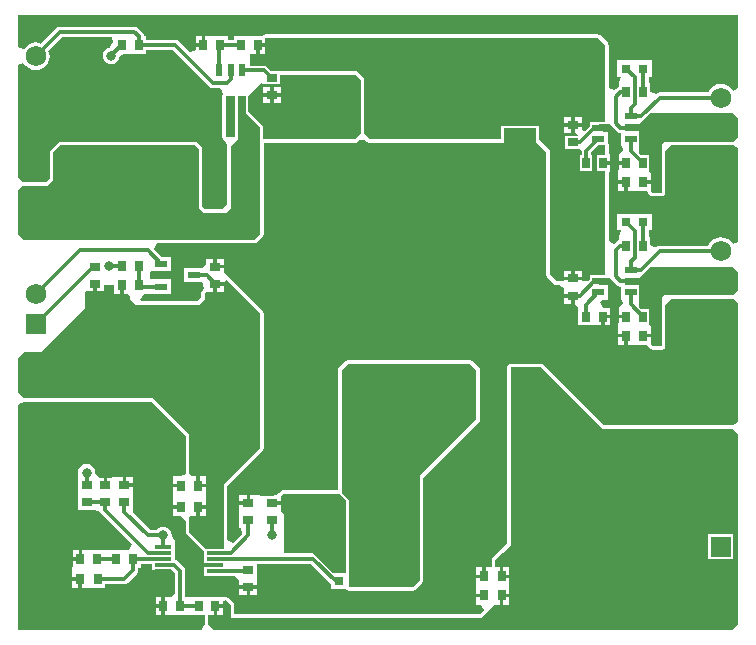
<source format=gtl>
G04 Layer_Physical_Order=1*
G04 Layer_Color=255*
%FSLAX24Y24*%
%MOIN*%
G70*
G01*
G75*
%ADD10R,0.0394X0.0236*%
%ADD11R,0.0236X0.0394*%
%ADD12R,0.0965X0.1220*%
%ADD13R,0.1600X0.1380*%
%ADD14R,0.0276X0.0374*%
%ADD15R,0.0800X0.1690*%
%ADD16R,0.0374X0.0276*%
%ADD17R,0.1530X0.0910*%
%ADD18R,0.0750X0.1380*%
%ADD19R,0.0551X0.0709*%
%ADD20R,0.1083X0.0472*%
%ADD21R,0.0315X0.0315*%
%ADD22R,0.1575X0.1770*%
%ADD23R,0.0264X0.0354*%
%ADD24R,0.0354X0.0264*%
%ADD25R,0.0689X0.0551*%
%ADD26R,0.0540X0.0130*%
%ADD27R,0.0310X0.0280*%
%ADD28C,0.0118*%
%ADD29R,0.0680X0.0680*%
%ADD30C,0.0680*%
%ADD31C,0.0236*%
%ADD32C,0.0315*%
G36*
X13221Y29620D02*
X13109Y29446D01*
X13078Y29442D01*
X13011Y29414D01*
X12953Y29370D01*
X12909Y29312D01*
X12881Y29245D01*
X12872Y29173D01*
X12881Y29101D01*
X12909Y29034D01*
X12953Y28977D01*
X13011Y28932D01*
X13078Y28905D01*
X13150Y28895D01*
X13222Y28905D01*
X13289Y28932D01*
X13346Y28977D01*
X13390Y29034D01*
X13418Y29101D01*
X13428Y29173D01*
X13559Y29215D01*
X13749Y29232D01*
X13810D01*
Y29232D01*
X14310D01*
Y29347D01*
X15201D01*
X16408Y28140D01*
X16466Y28101D01*
X16535Y28087D01*
X16779D01*
X16830Y28006D01*
X16864Y27890D01*
X16857Y27881D01*
X16848Y27835D01*
Y26457D01*
X16857Y26411D01*
X16883Y26372D01*
X16899Y26361D01*
X16928Y26334D01*
X16998Y26183D01*
X17005Y26142D01*
X17006Y26139D01*
X17006Y24218D01*
X16845Y24057D01*
X16270Y24057D01*
X16183Y24144D01*
X16183Y26063D01*
X16174Y26109D01*
X16148Y26148D01*
X16030Y26266D01*
X16030Y26266D01*
X15991Y26292D01*
X15945Y26302D01*
X15945Y26302D01*
X14173Y26302D01*
X11457Y26302D01*
X11411Y26292D01*
X11372Y26266D01*
X11372Y26266D01*
X11135Y26030D01*
X11109Y25991D01*
X11100Y25945D01*
X11100Y25945D01*
X11100Y25107D01*
X10956Y24963D01*
X10197Y24963D01*
X10197Y24963D01*
X10069Y25072D01*
X10039Y25116D01*
Y28845D01*
X10216Y28912D01*
X10236Y28910D01*
X10303Y28823D01*
X10399Y28749D01*
X10510Y28703D01*
X10630Y28688D01*
X10749Y28703D01*
X10861Y28749D01*
X10957Y28823D01*
X11030Y28919D01*
X11076Y29030D01*
X11092Y29150D01*
X11076Y29269D01*
X11055Y29320D01*
X11516Y29780D01*
X13173D01*
X13221Y29620D01*
D02*
G37*
G36*
X21457Y28346D02*
Y26575D01*
X21260Y26378D01*
X18191Y26378D01*
X18191Y26772D01*
X18189Y26779D01*
Y26811D01*
X17718Y27282D01*
Y27835D01*
X17718Y27836D01*
X18146Y28264D01*
X18238Y28226D01*
Y28223D01*
X18770D01*
Y28543D01*
X21260D01*
X21457Y28346D01*
D02*
G37*
G36*
X34055Y28077D02*
X33878Y28009D01*
X33858Y28011D01*
X33791Y28098D01*
X33696Y28172D01*
X33584Y28218D01*
X33465Y28234D01*
X33345Y28218D01*
X33234Y28172D01*
X33138Y28098D01*
X33064Y28003D01*
X33044Y27952D01*
X31433D01*
X31364Y27939D01*
X31318Y27908D01*
X31231Y27927D01*
X31121Y27972D01*
Y28248D01*
X31066D01*
Y28465D01*
X31161D01*
Y29016D01*
X30610D01*
X30610Y29016D01*
X30571D01*
Y29016D01*
X30413Y29016D01*
X30020D01*
Y28465D01*
X30130D01*
X30143Y28445D01*
X30060Y28248D01*
X30060D01*
Y28134D01*
X29905Y28021D01*
X29727Y28095D01*
Y29528D01*
X29727Y29528D01*
X29718Y29574D01*
X29691Y29613D01*
X29691Y29613D01*
X29455Y29849D01*
X29416Y29875D01*
X29370Y29884D01*
X29370Y29884D01*
X18286Y29884D01*
X18240Y29875D01*
X18201Y29849D01*
X18184Y29823D01*
X17922D01*
X17786Y29823D01*
Y29823D01*
X17725D01*
Y29823D01*
X17225D01*
Y29708D01*
X17027D01*
Y29823D01*
X16662D01*
X16527Y29823D01*
X16330Y29823D01*
X16275D01*
Y29528D01*
X16216D01*
Y29469D01*
X15966D01*
Y29371D01*
X15769Y29290D01*
X15403Y29655D01*
X15345Y29694D01*
X15276Y29708D01*
X14310D01*
Y29823D01*
X14240D01*
X14227Y29887D01*
X14188Y29946D01*
X14045Y30088D01*
X13986Y30128D01*
X13917Y30141D01*
X11441D01*
X11372Y30128D01*
X11313Y30088D01*
X10800Y29575D01*
X10749Y29596D01*
X10630Y29612D01*
X10510Y29596D01*
X10399Y29550D01*
X10303Y29476D01*
X10236Y29389D01*
X10216Y29387D01*
X10039Y29454D01*
Y30512D01*
X34055D01*
Y28077D01*
D02*
G37*
G36*
X29370Y29764D02*
X29606Y29528D01*
Y26970D01*
X29409Y26970D01*
X29402Y26969D01*
X29104D01*
Y26823D01*
X28948Y26667D01*
X28848Y26708D01*
Y26806D01*
X28602D01*
Y26609D01*
X28638D01*
X28692Y26509D01*
X28686Y26501D01*
X28278D01*
Y26068D01*
X28747D01*
X28827Y25993D01*
X28831Y25977D01*
Y25846D01*
X28761D01*
Y25335D01*
X29182D01*
Y25846D01*
X29149D01*
X29127Y25946D01*
X29382Y26201D01*
X29606D01*
Y25846D01*
X29322D01*
Y25335D01*
X29606D01*
Y21852D01*
X29409Y21852D01*
X29402Y21850D01*
X29104D01*
Y21705D01*
X29053Y21654D01*
X28848D01*
Y21688D01*
X28543D01*
X28238D01*
Y21654D01*
X27992D01*
X27756Y21890D01*
Y22441D01*
Y26024D01*
X27402Y26378D01*
X27392D01*
Y26831D01*
X26152D01*
Y26378D01*
X21772Y26378D01*
X21575Y26575D01*
X21575Y28425D01*
X21339Y28661D01*
X18481Y28661D01*
X18352Y28790D01*
X18307Y28821D01*
X18253Y28831D01*
X17756D01*
Y29145D01*
X17786Y29232D01*
X17977D01*
Y29528D01*
X18036D01*
Y29587D01*
X18286D01*
Y29764D01*
X29370Y29764D01*
D02*
G37*
G36*
X33878Y27244D02*
X34055Y27067D01*
X34055Y26476D01*
X33878Y26299D01*
X31575Y26299D01*
X31496Y26220D01*
Y24606D01*
X31216D01*
X31137Y24656D01*
Y24902D01*
X30881D01*
Y25020D01*
X31137D01*
Y25266D01*
X31137D01*
X31082Y25335D01*
Y25846D01*
X30821D01*
X30748Y25919D01*
X30748Y26654D01*
X30276D01*
Y26890D01*
X30748Y26890D01*
X30901Y27043D01*
X30906Y27046D01*
X31104Y27244D01*
X33878Y27244D01*
D02*
G37*
G36*
X17282Y27835D02*
X17282Y26457D01*
X16968D01*
Y27835D01*
X17282D01*
Y27835D01*
D02*
G37*
G36*
X27271Y26378D02*
X27280Y26332D01*
X27307Y26293D01*
X27336Y26273D01*
X27635Y25974D01*
Y22441D01*
Y21890D01*
X27635Y21890D01*
X27645Y21844D01*
X27671Y21805D01*
X27671Y21805D01*
X27907Y21568D01*
X27907Y21568D01*
X27946Y21542D01*
X27992Y21533D01*
X27992Y21533D01*
X28087D01*
X28238Y21422D01*
X28238Y21294D01*
Y21225D01*
X28543D01*
Y21166D01*
X28602D01*
Y20898D01*
X28721Y20768D01*
Y20177D01*
X29086D01*
X29221Y20177D01*
X29418Y20177D01*
X29473D01*
Y20472D01*
X29532D01*
Y20531D01*
X29782D01*
Y20768D01*
X29539D01*
X29440Y20965D01*
X29499Y21043D01*
X29695D01*
Y21516D01*
X29549D01*
X29526Y21535D01*
X29409D01*
Y21772D01*
X29764Y21772D01*
X29803Y21732D01*
Y21694D01*
X29857Y21660D01*
X29990Y21526D01*
X30049Y21487D01*
X30118Y21473D01*
X30148D01*
Y21043D01*
X30171D01*
X30206Y20923D01*
X30060Y20768D01*
X30060D01*
Y20531D01*
X30310D01*
Y20413D01*
X30060D01*
Y20338D01*
X30044Y20148D01*
X30044Y19987D01*
Y19902D01*
X30300D01*
Y19843D01*
X30359D01*
Y19537D01*
X30428D01*
X30556Y19537D01*
X30753Y19537D01*
X31016D01*
X31019Y19524D01*
X31020Y19510D01*
X31024Y19501D01*
X31026Y19491D01*
X31033Y19480D01*
X31039Y19467D01*
X31046Y19460D01*
X31052Y19452D01*
X31063Y19444D01*
X31073Y19435D01*
X31153Y19386D01*
X31162Y19382D01*
X31170Y19377D01*
X31184Y19374D01*
X31197Y19369D01*
X31207Y19370D01*
X31216Y19368D01*
X31496D01*
X31542Y19377D01*
X31581Y19403D01*
X31607Y19442D01*
X31616Y19488D01*
Y20867D01*
X31810Y21061D01*
X33878Y21061D01*
X33878Y21061D01*
X34015Y20966D01*
X34055Y20921D01*
Y16978D01*
X34007Y16935D01*
X33858Y16853D01*
X33858Y16853D01*
X29577Y16853D01*
X27565Y18865D01*
X27526Y18891D01*
X27480Y18900D01*
X27480Y18900D01*
X26457D01*
X26411Y18891D01*
X26372Y18865D01*
X26345Y18826D01*
X26336Y18780D01*
Y12887D01*
X25863Y12451D01*
X25862Y12449D01*
X25860Y12447D01*
X25848Y12430D01*
X25836Y12413D01*
X25835Y12410D01*
X25834Y12408D01*
X25830Y12388D01*
X25825Y12367D01*
X25825Y12365D01*
X25824Y12362D01*
X25824Y12116D01*
X25646Y12116D01*
X25635D01*
Y11811D01*
X25576D01*
Y11752D01*
X25320D01*
Y11506D01*
X25320D01*
Y11486D01*
X25320D01*
Y11240D01*
X25576D01*
Y11122D01*
X25320D01*
Y10876D01*
X25488D01*
X25563Y10694D01*
X25423Y10553D01*
X17246Y10553D01*
Y10866D01*
X17237Y10912D01*
X17211Y10951D01*
X17211Y10951D01*
X17058Y11104D01*
X17054Y11108D01*
X17054D01*
X17015Y11134D01*
X17015D01*
X17002Y11137D01*
X16969Y11143D01*
X16923Y11134D01*
X16920Y11133D01*
X16869Y11122D01*
X16869Y11122D01*
X16869Y11122D01*
X16505D01*
X16369Y11122D01*
Y11122D01*
X16308D01*
Y11122D01*
X15808D01*
X15808Y11122D01*
X15619Y11140D01*
Y12003D01*
X15605Y12072D01*
X15566Y12131D01*
X15364Y12332D01*
X15305Y12372D01*
X15271Y12378D01*
Y12612D01*
Y12978D01*
X15271Y12978D01*
X15158Y13175D01*
X15160Y13189D01*
X15150Y13261D01*
X15123Y13328D01*
X15078Y13386D01*
X15021Y13430D01*
X14954Y13457D01*
X14882Y13467D01*
X14810Y13457D01*
X14743Y13430D01*
X14685Y13386D01*
X14673Y13370D01*
X14445D01*
X13860Y13954D01*
X13888Y14021D01*
X13888D01*
Y14405D01*
X13888Y14532D01*
X13888Y14729D01*
Y14798D01*
X13583D01*
Y14857D01*
X13524D01*
Y15113D01*
X13438D01*
X13278Y15113D01*
X13087Y15097D01*
X13012D01*
Y14847D01*
X12894D01*
Y15097D01*
X12760D01*
X12719Y15123D01*
X12601Y15269D01*
X12601Y15276D01*
X12591Y15348D01*
X12564Y15415D01*
X12519Y15472D01*
X12462Y15516D01*
X12395Y15544D01*
X12323Y15554D01*
X12251Y15544D01*
X12184Y15516D01*
X12126Y15472D01*
X12082Y15415D01*
X12054Y15348D01*
X12046Y15287D01*
X12045Y15276D01*
X12028Y15097D01*
X12028D01*
Y14733D01*
X12028Y14597D01*
X12028Y14401D01*
Y14036D01*
X12618D01*
X12783Y13960D01*
X12786Y13947D01*
X12825Y13888D01*
X13824Y12889D01*
X13749Y12707D01*
X13617Y12707D01*
X13420Y12707D01*
X13125D01*
X13036Y12707D01*
Y12707D01*
X12932Y12697D01*
Y12697D01*
X12568D01*
X12432Y12697D01*
X12235Y12697D01*
X12180D01*
Y12402D01*
X12121D01*
Y12343D01*
X11871D01*
Y12228D01*
X11855Y12037D01*
X11855Y11916D01*
Y11791D01*
X12111D01*
Y11732D01*
X12170D01*
Y11427D01*
X12239D01*
X12367Y11427D01*
X12564Y11427D01*
X12948D01*
Y11552D01*
X13583D01*
X13652Y11565D01*
X13710Y11605D01*
X14001Y11895D01*
X14040Y11954D01*
X14054Y12023D01*
Y12096D01*
X14129D01*
Y12221D01*
X14495D01*
Y12022D01*
X15164D01*
X15257Y11928D01*
Y11265D01*
X15127Y11122D01*
X14991Y11122D01*
X14936D01*
Y10827D01*
Y10532D01*
X14991D01*
X15127Y10532D01*
X15324Y10532D01*
X15688D01*
Y10532D01*
X15808D01*
Y10532D01*
X16142D01*
X16258Y10532D01*
X16258Y10451D01*
Y10236D01*
X16166Y10070D01*
X16133Y10039D01*
X10039D01*
Y17511D01*
X10087Y17553D01*
X10236Y17635D01*
X10236Y17635D01*
X14478Y17635D01*
X15628Y16486D01*
X15628Y15906D01*
X15628Y15266D01*
X15628Y15233D01*
X15534Y15184D01*
X15456Y15151D01*
X15445Y15148D01*
X15202D01*
Y14902D01*
X15458D01*
Y14783D01*
X15202D01*
Y14537D01*
X15202D01*
Y14439D01*
X15202D01*
Y14193D01*
X15458D01*
Y14075D01*
X15202D01*
Y13829D01*
X15446D01*
X15474Y13819D01*
X15628Y13632D01*
X15628Y13307D01*
X15637Y13261D01*
X15663Y13222D01*
X16225Y12660D01*
Y12218D01*
X16225D01*
Y12191D01*
X16225D01*
Y11825D01*
X17001D01*
Y11827D01*
X17276D01*
X17421Y11702D01*
X17421Y11566D01*
Y11511D01*
X17717D01*
X18012D01*
Y11566D01*
X18012Y11702D01*
X18012Y11899D01*
Y12221D01*
X19807D01*
X20477Y11551D01*
Y11393D01*
X20963D01*
X20978Y11372D01*
X21017Y11345D01*
X21063Y11336D01*
X23189D01*
X23189Y11336D01*
X23235Y11345D01*
X23274Y11372D01*
X23274Y11372D01*
X23510Y11608D01*
X23536Y11647D01*
X23546Y11693D01*
X23546Y11693D01*
Y15108D01*
X25400Y16962D01*
X25426Y17001D01*
X25435Y17047D01*
X25435Y17047D01*
X25435Y18701D01*
X25435Y18701D01*
X25426Y18747D01*
X25400Y18786D01*
X25400Y18786D01*
X25203Y18983D01*
X25203Y18983D01*
X25164Y19009D01*
X25118Y19018D01*
X25118Y19018D01*
X21024D01*
X20978Y19009D01*
X20938Y18983D01*
X20938Y18983D01*
X20742Y18786D01*
X20716Y18747D01*
X20706Y18701D01*
X20706Y18701D01*
X20706Y14687D01*
X18874D01*
X18858Y14684D01*
X18841Y14683D01*
X18835Y14679D01*
X18828Y14678D01*
X18814Y14669D01*
X18799Y14661D01*
X18724Y14601D01*
X18720Y14596D01*
X18714Y14592D01*
X18705Y14578D01*
X18694Y14565D01*
X18692Y14559D01*
X18688Y14553D01*
X18685Y14536D01*
X18680Y14520D01*
X18484Y14507D01*
X18219D01*
X18212Y14507D01*
X18022Y14523D01*
X18018Y14523D01*
X17776D01*
Y14267D01*
X17717D01*
Y14208D01*
X17411D01*
Y14139D01*
X17411Y14011D01*
X17411Y13814D01*
Y13430D01*
X17462D01*
X17505Y13233D01*
X17207Y12935D01*
X17010Y13016D01*
Y14832D01*
X18195Y16017D01*
X18221Y16056D01*
X18231Y16102D01*
X18231Y16102D01*
Y20591D01*
X18221Y20637D01*
X18195Y20676D01*
X18195Y20676D01*
X17104Y21767D01*
X17065Y21793D01*
X17001Y21833D01*
X16921Y21971D01*
X16919Y21975D01*
Y22082D01*
X16614D01*
Y22141D01*
X16555D01*
Y22397D01*
X16309D01*
Y22243D01*
X16211Y22087D01*
X15581D01*
Y21614D01*
X16159D01*
X16193Y21572D01*
X16224Y21389D01*
X16216Y21378D01*
X16207Y21367D01*
X16157Y21288D01*
X16154Y21279D01*
X16149Y21271D01*
X16146Y21257D01*
X16141Y21244D01*
X16141Y21234D01*
X16139Y21225D01*
Y21113D01*
X16013Y20987D01*
X14159D01*
X14121Y21043D01*
X14226Y21240D01*
X14310D01*
Y21240D01*
X14498Y21240D01*
Y21240D01*
X15128D01*
Y21713D01*
X14498D01*
Y21713D01*
X14460Y21717D01*
X14447Y21727D01*
Y21974D01*
X14460Y21984D01*
X14498Y21988D01*
X14507Y21988D01*
X15128D01*
Y22461D01*
X14832D01*
X14579Y22714D01*
X14660Y22911D01*
X17913Y22911D01*
X17959Y22920D01*
X17999Y22946D01*
X18195Y23143D01*
X18195Y23143D01*
X18221Y23182D01*
X18231Y23228D01*
X18231Y23228D01*
X18231Y26258D01*
X21260Y26258D01*
X21260Y26258D01*
X21306Y26267D01*
X21345Y26293D01*
X21345Y26293D01*
X21417Y26365D01*
X21614Y26365D01*
X21686Y26293D01*
X21686Y26293D01*
X21726Y26267D01*
X21772Y26258D01*
X21772Y26258D01*
X26125Y26258D01*
X26152Y26258D01*
X26152Y26258D01*
X26198Y26267D01*
X26237Y26293D01*
X26263Y26332D01*
X26272Y26378D01*
X26272Y26378D01*
X26272Y26404D01*
Y26710D01*
X27271D01*
Y26378D01*
D02*
G37*
G36*
X17638Y27244D02*
X18110Y26772D01*
X18110Y23228D01*
X17913Y23031D01*
X10236Y23031D01*
X10039Y23228D01*
X10039Y24685D01*
X10197Y24843D01*
X11024Y24843D01*
X11220Y25039D01*
X11220Y25945D01*
X11457Y26181D01*
X14173Y26181D01*
X15945Y26181D01*
X16063Y26063D01*
X16063Y24094D01*
X16220Y23937D01*
X16968Y23937D01*
X17126Y24094D01*
X17126Y26142D01*
X17362Y26378D01*
X17362Y27835D01*
X17638Y27835D01*
Y27244D01*
D02*
G37*
G36*
X29764Y26890D02*
X29803Y26851D01*
Y26812D01*
X29857Y26778D01*
X29990Y26644D01*
X30049Y26605D01*
X30118Y26591D01*
X30148D01*
Y26161D01*
X30171D01*
X30206Y26041D01*
X30060Y25886D01*
X30060D01*
Y25650D01*
X30310D01*
Y25531D01*
X30060D01*
Y25456D01*
X30044Y25266D01*
X30044Y25105D01*
Y25020D01*
X30300D01*
Y24961D01*
X30359D01*
Y24656D01*
X30428D01*
X30556Y24656D01*
X30753Y24656D01*
X31016D01*
X31019Y24642D01*
X31020Y24628D01*
X31024Y24619D01*
X31026Y24609D01*
X31033Y24598D01*
X31039Y24585D01*
X31046Y24578D01*
X31052Y24570D01*
X31063Y24563D01*
X31073Y24553D01*
X31153Y24504D01*
X31162Y24500D01*
X31170Y24495D01*
X31184Y24492D01*
X31197Y24487D01*
X31207Y24488D01*
X31216Y24486D01*
X31496D01*
X31542Y24495D01*
X31581Y24521D01*
X31607Y24560D01*
X31616Y24606D01*
Y25985D01*
X31810Y26179D01*
X33878Y26179D01*
X34024Y26079D01*
X34037Y26063D01*
X34055Y26039D01*
Y22958D01*
X33878Y22891D01*
X33858Y22893D01*
X33791Y22980D01*
X33696Y23054D01*
X33584Y23100D01*
X33465Y23116D01*
X33345Y23100D01*
X33234Y23054D01*
X33138Y22980D01*
X33064Y22885D01*
X33044Y22834D01*
X31433D01*
X31364Y22820D01*
X31318Y22790D01*
X31231Y22809D01*
X31121Y22854D01*
Y23130D01*
X31066D01*
Y23346D01*
X31161D01*
Y23898D01*
X30610D01*
X30610Y23898D01*
X30571D01*
Y23898D01*
X30413Y23898D01*
X30020D01*
Y23346D01*
X30130D01*
X30143Y23327D01*
X30060Y23130D01*
X30060D01*
Y23016D01*
X29905Y22903D01*
X29727Y22977D01*
Y25295D01*
X29782D01*
Y25531D01*
X29532D01*
Y25650D01*
X29782D01*
Y25886D01*
X29727D01*
Y26201D01*
X29718Y26247D01*
X29695Y26281D01*
Y26634D01*
X29549D01*
X29526Y26654D01*
X29409D01*
Y26890D01*
X29764Y26890D01*
D02*
G37*
G36*
X33878Y22126D02*
X34055Y21949D01*
Y21358D01*
X33878Y21181D01*
X31575Y21181D01*
X31496Y21102D01*
Y19488D01*
X31216D01*
X31137Y19537D01*
Y19783D01*
X30881D01*
Y19902D01*
X31137D01*
Y20148D01*
X31137D01*
X31082Y20217D01*
Y20728D01*
X30821D01*
X30748Y20801D01*
X30748Y21535D01*
X30276D01*
Y21772D01*
X30748Y21772D01*
X30901Y21925D01*
X30906Y21928D01*
X31104Y22126D01*
X33878Y22126D01*
D02*
G37*
G36*
X18110Y20591D02*
Y16102D01*
X16890Y14882D01*
Y12742D01*
X16313D01*
X15748Y13307D01*
X15748Y13743D01*
X15782Y13829D01*
X15848Y13829D01*
X15979D01*
Y14134D01*
X16038D01*
Y14193D01*
X16294D01*
Y14437D01*
X16294Y14439D01*
Y14537D01*
X16294Y14539D01*
Y14783D01*
X16038D01*
Y14843D01*
X15979D01*
Y15148D01*
X15848D01*
X15748Y15233D01*
X15748Y15906D01*
X15748Y16535D01*
X14528Y17756D01*
X10236Y17756D01*
X10039Y17953D01*
Y19094D01*
X10236Y19291D01*
X10827D01*
X12283Y20748D01*
X12283Y21228D01*
X12303Y21320D01*
X12539D01*
Y21570D01*
X12657D01*
Y21320D01*
X12894D01*
Y21535D01*
X13249D01*
Y21240D01*
X13440D01*
Y21535D01*
X13558D01*
Y21240D01*
X13680D01*
X13780Y21153D01*
Y21063D01*
X13976Y20866D01*
X16063D01*
X16260Y21063D01*
Y21225D01*
X16309Y21304D01*
X16555D01*
Y21560D01*
X16614D01*
Y21619D01*
X16919D01*
Y21640D01*
X17019Y21681D01*
X18110Y20591D01*
D02*
G37*
G36*
X20770Y14550D02*
X20983Y14337D01*
Y11929D01*
X20553D01*
X19981Y12501D01*
X19976Y12505D01*
X19882Y12598D01*
X18898D01*
Y13898D01*
X18859Y13936D01*
X18799Y14007D01*
X18799D01*
X18799Y14007D01*
Y14198D01*
X18504D01*
Y14316D01*
X18799D01*
Y14507D01*
X18874Y14567D01*
X20758D01*
X20770Y14550D01*
D02*
G37*
G36*
X25315Y18701D02*
X25315Y17047D01*
X23425Y15157D01*
Y11693D01*
X23189Y11457D01*
X21063D01*
Y14370D01*
X20827Y14606D01*
X20827Y18701D01*
X21024Y18898D01*
X25118D01*
X25315Y18701D01*
D02*
G37*
G36*
X29528Y16732D02*
X33858Y16732D01*
X34055Y16535D01*
X34055Y10236D01*
X33858Y10039D01*
X29528D01*
X25433Y10039D01*
X16575Y10039D01*
X16378Y10236D01*
Y10532D01*
X16560D01*
Y10827D01*
X16619D01*
Y10886D01*
X16869D01*
Y10982D01*
X16969Y11023D01*
X17126Y10866D01*
Y10433D01*
X25472Y10433D01*
X25915Y10876D01*
X26097D01*
Y11181D01*
X26156D01*
Y11240D01*
X26412D01*
Y11486D01*
X26412D01*
Y11506D01*
X26412D01*
Y11752D01*
X26156D01*
Y11811D01*
X26097D01*
Y12116D01*
X25945D01*
Y12362D01*
X26457Y12835D01*
Y18780D01*
X27480D01*
X29528Y16732D01*
D02*
G37*
%LPC*%
G36*
X18809Y28115D02*
X18563D01*
Y27918D01*
X18809D01*
Y28115D01*
D02*
G37*
G36*
X18445D02*
X18199D01*
Y27918D01*
X18445D01*
Y28115D01*
D02*
G37*
G36*
X18809Y27800D02*
X18563D01*
Y27603D01*
X18809D01*
Y27800D01*
D02*
G37*
G36*
X18445D02*
X18199D01*
Y27603D01*
X18445D01*
Y27800D01*
D02*
G37*
G36*
X16157Y29823D02*
X15966D01*
Y29587D01*
X16157D01*
Y29823D01*
D02*
G37*
G36*
X18286Y29469D02*
X18095D01*
Y29232D01*
X18286D01*
Y29469D01*
D02*
G37*
G36*
X28848Y27121D02*
X28602D01*
Y26924D01*
X28848D01*
Y27121D01*
D02*
G37*
G36*
X28484D02*
X28238D01*
Y26924D01*
X28484D01*
Y27121D01*
D02*
G37*
G36*
Y26806D02*
X28238D01*
Y26609D01*
X28484D01*
Y26806D01*
D02*
G37*
G36*
X28848Y22003D02*
X28602D01*
Y21806D01*
X28848D01*
Y22003D01*
D02*
G37*
G36*
X28484D02*
X28238D01*
Y21806D01*
X28484D01*
Y22003D01*
D02*
G37*
G36*
X16919Y22397D02*
X16673D01*
Y22200D01*
X16919D01*
Y22397D01*
D02*
G37*
G36*
X28484Y21107D02*
X28238D01*
Y20910D01*
X28484D01*
Y21107D01*
D02*
G37*
G36*
X29782Y20413D02*
X29592D01*
Y20177D01*
X29782D01*
Y20413D01*
D02*
G37*
G36*
X30241Y19783D02*
X30044D01*
Y19537D01*
X30241D01*
Y19783D01*
D02*
G37*
G36*
X13642Y15113D02*
Y14916D01*
X13888D01*
Y15113D01*
X13642D01*
D02*
G37*
G36*
X17657Y14523D02*
X17411D01*
Y14326D01*
X17657D01*
Y14523D01*
D02*
G37*
G36*
X12062Y12697D02*
X11871D01*
Y12461D01*
X12062D01*
Y12697D01*
D02*
G37*
G36*
X25517Y12116D02*
X25320D01*
Y11870D01*
X25517D01*
Y12116D01*
D02*
G37*
G36*
X12052Y11673D02*
X11855D01*
Y11427D01*
X12052D01*
Y11673D01*
D02*
G37*
G36*
X18012Y11393D02*
X17776D01*
Y11202D01*
X18012D01*
Y11393D01*
D02*
G37*
G36*
X17657D02*
X17421D01*
Y11202D01*
X17657D01*
Y11393D01*
D02*
G37*
G36*
X14818Y11122D02*
X14627D01*
Y10886D01*
X14818D01*
Y11122D01*
D02*
G37*
G36*
Y10768D02*
X14627D01*
Y10532D01*
X14818D01*
Y10768D01*
D02*
G37*
G36*
X30241Y24902D02*
X30044D01*
Y24656D01*
X30241D01*
Y24902D01*
D02*
G37*
G36*
X16919Y21501D02*
X16673D01*
Y21304D01*
X16919D01*
Y21501D01*
D02*
G37*
G36*
X16294Y15148D02*
X16097D01*
Y14902D01*
X16294D01*
Y15148D01*
D02*
G37*
G36*
Y14075D02*
X16097D01*
Y13829D01*
X16294D01*
Y14075D01*
D02*
G37*
G36*
X33883Y13214D02*
X33046D01*
Y12377D01*
X33883D01*
Y13214D01*
D02*
G37*
G36*
X26412Y12116D02*
X26216D01*
Y11870D01*
X26412D01*
Y12116D01*
D02*
G37*
G36*
Y11122D02*
X26216D01*
Y10876D01*
X26412D01*
Y11122D01*
D02*
G37*
G36*
X16869Y10768D02*
X16678D01*
Y10532D01*
X16869D01*
Y10768D01*
D02*
G37*
%LPD*%
D10*
X14813Y22224D02*
D03*
Y21850D02*
D03*
Y21476D02*
D03*
X15896D02*
D03*
Y21850D02*
D03*
Y22224D02*
D03*
X30463Y26398D02*
D03*
Y26772D02*
D03*
Y27146D02*
D03*
X29380D02*
D03*
Y26772D02*
D03*
Y26398D02*
D03*
X30463Y21280D02*
D03*
Y21654D02*
D03*
Y22028D02*
D03*
X29380D02*
D03*
Y21654D02*
D03*
Y21280D02*
D03*
D11*
X16752Y28691D02*
D03*
X17126D02*
D03*
X17500D02*
D03*
Y27608D02*
D03*
X17126D02*
D03*
X16752D02*
D03*
D12*
X24744Y18110D02*
D03*
X26988D02*
D03*
D13*
X24633Y27362D02*
D03*
X20643D02*
D03*
D14*
X30300Y19843D02*
D03*
X30881D02*
D03*
X30300Y24961D02*
D03*
X30881D02*
D03*
X13873Y12402D02*
D03*
X13292D02*
D03*
X12692Y11732D02*
D03*
X12111D02*
D03*
X16038Y14134D02*
D03*
X15458D02*
D03*
X16038Y14843D02*
D03*
X15458D02*
D03*
X26156Y11181D02*
D03*
X25576D02*
D03*
X26156Y11811D02*
D03*
X25576D02*
D03*
D15*
X13780Y16618D02*
D03*
Y19208D02*
D03*
D16*
X13583Y14277D02*
D03*
Y14857D02*
D03*
X17717Y14267D02*
D03*
Y13686D02*
D03*
X18504Y27859D02*
D03*
Y28440D02*
D03*
X28543Y26865D02*
D03*
Y26284D02*
D03*
Y21747D02*
D03*
Y21166D02*
D03*
X16614Y21560D02*
D03*
Y22141D02*
D03*
D17*
X24392Y14409D02*
D03*
X27262D02*
D03*
D18*
X13780Y28072D02*
D03*
Y25472D02*
D03*
D19*
X16585Y24409D02*
D03*
X17667D02*
D03*
X16585Y25591D02*
D03*
X17667D02*
D03*
D20*
X26772Y27815D02*
D03*
Y26516D02*
D03*
D21*
X30886Y28740D02*
D03*
X30295D02*
D03*
X30886Y23622D02*
D03*
X30295D02*
D03*
D22*
X17321Y17717D02*
D03*
X21656D02*
D03*
D23*
X12121Y12402D02*
D03*
X12682D02*
D03*
X16619Y10827D02*
D03*
X16058D02*
D03*
X14877D02*
D03*
X15438D02*
D03*
X13499Y29528D02*
D03*
X14060D02*
D03*
X17475Y29528D02*
D03*
X18036D02*
D03*
X16216D02*
D03*
X16777D02*
D03*
X29532Y25591D02*
D03*
X28971D02*
D03*
X30871Y25591D02*
D03*
X30310D02*
D03*
X29532Y20472D02*
D03*
X28971D02*
D03*
X30871D02*
D03*
X30310D02*
D03*
X30871Y27953D02*
D03*
X30310D02*
D03*
X30871Y22835D02*
D03*
X30310D02*
D03*
X13499Y21535D02*
D03*
X14060D02*
D03*
Y22165D02*
D03*
X13499D02*
D03*
D24*
X12953Y14847D02*
D03*
Y14286D02*
D03*
X12323D02*
D03*
Y14847D02*
D03*
X18504Y13696D02*
D03*
Y14257D02*
D03*
X17717Y11452D02*
D03*
Y12013D02*
D03*
X12598Y21570D02*
D03*
Y22131D02*
D03*
D25*
X19488Y12943D02*
D03*
Y11860D02*
D03*
D26*
X14883Y12795D02*
D03*
Y12598D02*
D03*
Y12402D02*
D03*
Y12205D02*
D03*
Y12008D02*
D03*
X16613D02*
D03*
Y12205D02*
D03*
Y12402D02*
D03*
Y12598D02*
D03*
Y12795D02*
D03*
D27*
X22950Y13152D02*
D03*
Y12652D02*
D03*
Y12152D02*
D03*
Y11652D02*
D03*
X20750D02*
D03*
Y12152D02*
D03*
Y12652D02*
D03*
Y13152D02*
D03*
D28*
X13150Y29173D02*
Y29178D01*
X13499Y29528D01*
X10630Y29150D02*
X11441Y29961D01*
X13917D01*
X14060Y29818D01*
Y29528D02*
Y29818D01*
X15945Y12205D02*
X16613D01*
X29252Y26772D02*
X29380D01*
X28765Y26284D02*
X29252Y26772D01*
X28543Y26284D02*
X28765D01*
X29252Y21654D02*
X29380D01*
X28765Y21166D02*
X29252Y21654D01*
X28543Y21166D02*
X28765D01*
X30463Y27146D02*
X30807D01*
X31433Y27772D01*
X33268D01*
X31433Y22654D02*
X33268D01*
X30807Y22028D02*
X31433Y22654D01*
X30463Y22028D02*
X30807D01*
X15438Y10827D02*
Y12003D01*
X15236Y12205D02*
X15438Y12003D01*
X14883Y12205D02*
X15236D01*
X12323Y14847D02*
Y15276D01*
X12692Y11732D02*
X13583D01*
X13873Y12023D01*
Y12402D01*
X13873Y12402D01*
X14883D01*
X12953Y14016D02*
Y14286D01*
Y14016D02*
X14370Y12598D01*
X14883D01*
X13583Y13976D02*
Y14277D01*
Y13976D02*
X14370Y13189D01*
X14882D01*
Y12796D02*
Y13189D01*
X18504D02*
Y13696D01*
X16613Y12598D02*
X17126D01*
X17717Y13189D01*
Y13686D01*
X17712Y12008D02*
X17717Y12013D01*
X16613Y12008D02*
X17712D01*
X20632Y11652D02*
X20750D01*
X19882Y12402D02*
X20632Y11652D01*
X16613Y12402D02*
X19882D01*
X12323Y14286D02*
X12953D01*
X12682Y12402D02*
X13292D01*
X15438Y10827D02*
X16058D01*
X28971Y25989D02*
X29380Y26398D01*
X28971Y25591D02*
Y25989D01*
X30463Y27146D02*
Y27431D01*
X30591Y27559D01*
Y28445D01*
X30295Y28740D02*
X30591Y28445D01*
X29961Y27795D02*
X30118Y27953D01*
X30310D01*
X29961Y26929D02*
Y27795D01*
Y26929D02*
X30118Y26772D01*
X30463D01*
X30118Y21654D02*
X30463D01*
X29961Y21811D02*
X30118Y21654D01*
X29961Y21811D02*
Y22677D01*
X30118Y22835D02*
X30310D01*
X29961Y22677D02*
X30118Y22835D01*
X30295Y23622D02*
X30591Y23327D01*
Y22441D02*
Y23327D01*
X30463Y22313D02*
X30591Y22441D01*
X30463Y22028D02*
Y22313D01*
X28971Y20472D02*
Y20871D01*
X29380Y21280D01*
X30886Y22849D02*
Y23622D01*
X30871Y22835D02*
X30886Y22849D01*
Y27968D02*
Y28740D01*
X30871Y27953D02*
X30886Y27968D01*
X30463Y20881D02*
Y21280D01*
Y20881D02*
X30871Y20472D01*
X30463Y25999D02*
X30871Y25591D01*
X30463Y25999D02*
Y26398D01*
X16777Y29528D02*
X17475D01*
X16752Y29503D02*
X16777Y29528D01*
X16752Y28691D02*
Y29503D01*
X17500Y28691D02*
X18253D01*
X18504Y28440D01*
X17008Y28268D02*
X17126Y28386D01*
Y28691D01*
X14060Y29528D02*
X15276D01*
X16535Y28268D01*
X17008D01*
X14060Y21535D02*
Y22165D01*
Y21535D02*
X14119Y21476D01*
X14813D01*
X10630Y20219D02*
X12542Y22131D01*
X12598D01*
X14360Y22677D02*
X14813Y22224D01*
X12089Y22677D02*
X14360D01*
X10630Y21219D02*
X12089Y22677D01*
X16324Y21850D02*
X16614Y21560D01*
X15896Y21850D02*
X16324D01*
X13071Y22165D02*
X13499D01*
X13071Y22165D02*
X13071Y22165D01*
X13032Y22165D02*
X13071D01*
D29*
X33465Y20654D02*
D03*
Y25772D02*
D03*
Y12795D02*
D03*
X10630Y17224D02*
D03*
Y28150D02*
D03*
Y25394D02*
D03*
Y20219D02*
D03*
D30*
X33465Y22654D02*
D03*
Y21654D02*
D03*
Y27772D02*
D03*
Y26772D02*
D03*
Y13795D02*
D03*
X10630Y18224D02*
D03*
Y29150D02*
D03*
Y24394D02*
D03*
Y21219D02*
D03*
D31*
X19685Y18110D02*
D03*
X24803Y11024D02*
D03*
X23228D02*
D03*
X21654D02*
D03*
X20079D02*
D03*
X18504D02*
D03*
X13780Y10630D02*
D03*
X12205D02*
D03*
X10630D02*
D03*
Y12205D02*
D03*
Y13780D02*
D03*
Y15354D02*
D03*
X18110Y14961D02*
D03*
X18504Y15748D02*
D03*
X20079D02*
D03*
X19291D02*
D03*
X18898Y16535D02*
D03*
X19685D02*
D03*
X20079Y17323D02*
D03*
X19291D02*
D03*
X25984Y24803D02*
D03*
X26772D02*
D03*
X25591Y25591D02*
D03*
X27165D02*
D03*
X26378D02*
D03*
X18898Y23228D02*
D03*
X19685D02*
D03*
X21260D02*
D03*
X20472D02*
D03*
X20079Y24016D02*
D03*
X20866D02*
D03*
X21654D02*
D03*
X27165Y20079D02*
D03*
X26378D02*
D03*
X25591D02*
D03*
X24016D02*
D03*
X23622Y20866D02*
D03*
X22835D02*
D03*
X23228Y21654D02*
D03*
X23622Y22441D02*
D03*
X24409D02*
D03*
X24016Y21654D02*
D03*
X26772Y20866D02*
D03*
X25984D02*
D03*
X25197D02*
D03*
X24409D02*
D03*
X24803Y21654D02*
D03*
X25591D02*
D03*
X26378D02*
D03*
X33465Y17717D02*
D03*
Y19685D02*
D03*
Y24016D02*
D03*
Y24803D02*
D03*
X24016Y30315D02*
D03*
X33465D02*
D03*
X31890D02*
D03*
X30315D02*
D03*
X28740D02*
D03*
X27165D02*
D03*
X25591D02*
D03*
X22441D02*
D03*
X20866D02*
D03*
X14567D02*
D03*
X19291D02*
D03*
X17717D02*
D03*
X16142D02*
D03*
X17126Y27205D02*
D03*
Y26929D02*
D03*
X18504Y27205D02*
D03*
Y26929D02*
D03*
X17126Y26654D02*
D03*
X18504D02*
D03*
D32*
X13150Y29173D02*
D03*
X12323Y15276D02*
D03*
X14882Y13189D02*
D03*
X18504D02*
D03*
X13071Y22165D02*
D03*
M02*

</source>
